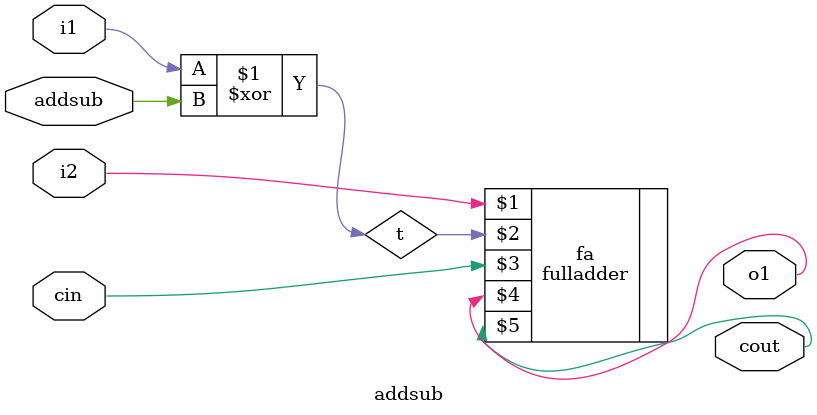
<source format=v>
module addsub(input wire addsub,i1,i2,cin,output wire o1,cout);
wire t;
xor x1(t,i1,addsub);
fulladder fa(i2,t,cin,o1,cout);
endmodule

</source>
